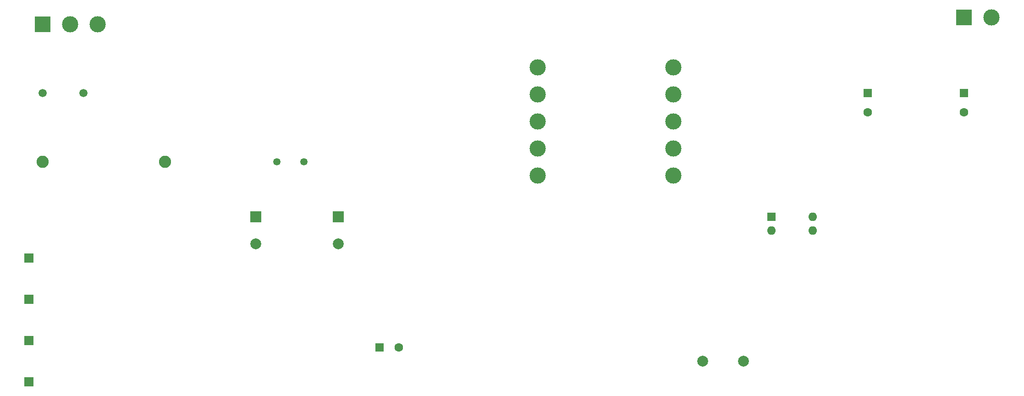
<source format=gbr>
%TF.GenerationSoftware,KiCad,Pcbnew,(5.1.10)-1*%
%TF.CreationDate,2024-07-26T12:52:35+05:30*%
%TF.ProjectId,Flyback_DC-DC,466c7962-6163-46b5-9f44-432d44432e6b,rev?*%
%TF.SameCoordinates,Original*%
%TF.FileFunction,Soldermask,Bot*%
%TF.FilePolarity,Negative*%
%FSLAX46Y46*%
G04 Gerber Fmt 4.6, Leading zero omitted, Abs format (unit mm)*
G04 Created by KiCad (PCBNEW (5.1.10)-1) date 2024-07-26 12:52:35*
%MOMM*%
%LPD*%
G01*
G04 APERTURE LIST*
%ADD10C,3.000000*%
%ADD11C,2.000000*%
%ADD12R,2.000000X2.000000*%
%ADD13C,1.600000*%
%ADD14R,1.600000X1.600000*%
%ADD15C,2.250000*%
%ADD16R,3.000000X3.000000*%
%ADD17C,1.350000*%
%ADD18C,1.500000*%
%ADD19R,1.700000X1.700000*%
%ADD20O,1.600000X1.600000*%
G04 APERTURE END LIST*
D10*
%TO.C,T1*%
X152400000Y-74930000D03*
X152400000Y-69930000D03*
X152400000Y-64930000D03*
X152400000Y-59930000D03*
X152400000Y-54930000D03*
X177400000Y-54930000D03*
X177400000Y-59930000D03*
X177400000Y-64930000D03*
X177400000Y-69930000D03*
X177400000Y-74930000D03*
%TD*%
D11*
%TO.C,C1*%
X100330000Y-87550000D03*
D12*
X100330000Y-82550000D03*
%TD*%
%TO.C,C2*%
X115570000Y-82550000D03*
D11*
X115570000Y-87550000D03*
%TD*%
D13*
%TO.C,C9*%
X213360000Y-63190000D03*
D14*
X213360000Y-59690000D03*
%TD*%
%TO.C,C11*%
X231140000Y-59690000D03*
D13*
X231140000Y-63190000D03*
%TD*%
D14*
%TO.C,C13*%
X123190000Y-106680000D03*
D13*
X126690000Y-106680000D03*
%TD*%
D11*
%TO.C,C14*%
X182880000Y-109220000D03*
X190380000Y-109220000D03*
%TD*%
D15*
%TO.C,F1*%
X60960000Y-72390000D03*
X83560000Y-72390000D03*
%TD*%
D10*
%TO.C,J1*%
X71120000Y-46990000D03*
X66040000Y-46990000D03*
D16*
X60960000Y-46990000D03*
%TD*%
%TO.C,J2*%
X231140000Y-45720000D03*
D10*
X236220000Y-45720000D03*
%TD*%
D17*
%TO.C,L1*%
X104180000Y-72390000D03*
X109180000Y-72390000D03*
%TD*%
D18*
%TO.C,RV1*%
X60960000Y-59690000D03*
X68460000Y-59690000D03*
%TD*%
D19*
%TO.C,TP1*%
X58420000Y-90170000D03*
%TD*%
%TO.C,TP2*%
X58420000Y-97790000D03*
%TD*%
%TO.C,TP3*%
X58420000Y-105410000D03*
%TD*%
%TO.C,TP4*%
X58420000Y-113030000D03*
%TD*%
D14*
%TO.C,U2*%
X195580000Y-82550000D03*
D20*
X203200000Y-85090000D03*
X195580000Y-85090000D03*
X203200000Y-82550000D03*
%TD*%
M02*

</source>
